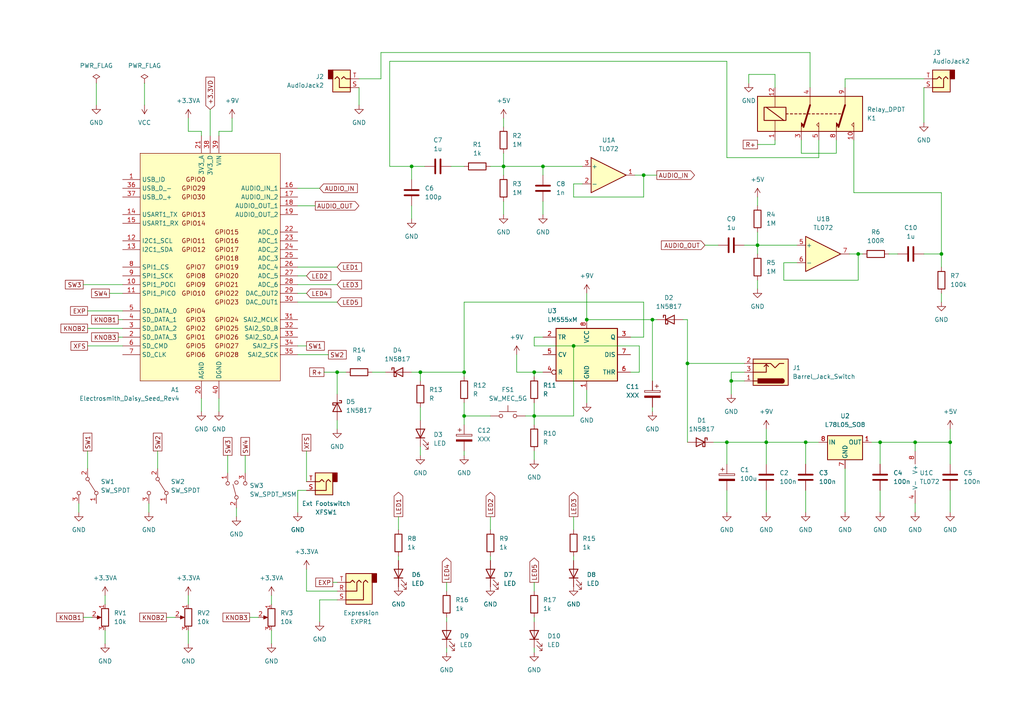
<source format=kicad_sch>
(kicad_sch (version 20230121) (generator eeschema)
  (paper "A4")
  (lib_symbols
    (symbol "Amplifier_Operational:TL072" (pin_names (offset 0.127))
      (property "Reference" "U" (at 0 5.08 0))
      (property "Value" "TL072" (at 0 -5.08 0))
      (symbol "TL072_1_1"
        (pin output line (at 7.62 0 180) (length 2.54) (name "~") (number "1"))
        (pin input line (at -7.62 -2.54 0) (length 2.54) (name "-") (number "2"))
        (pin input line (at -7.62 2.54 0) (length 2.54) (name "+") (number "3"))
      )
      (symbol "TL072_2_1"
        (pin input line (at -7.62 2.54 0) (length 2.54) (name "+") (number "5"))
        (pin input line (at -7.62 -2.54 0) (length 2.54) (name "-") (number "6"))
        (pin output line (at 7.62 0 180) (length 2.54) (name "~") (number "7"))
      )
      (symbol "TL072_3_1"
        (pin power_in line (at -2.54 -7.62 90) (length 3.81) (name "V-") (number "4"))
        (pin power_in line (at -2.54 7.62 270) (length 3.81) (name "V+") (number "8"))
      )
    )
    (symbol "Connector:AudioJack2"
      (property "Reference" "J" (at 0 8.89 0))
      (property "Value" "AudioJack2" (at 0 6.35 0))
      (symbol "AudioJack2_1_1"
        (pin passive line (at 5.08 2.54 180) (length 2.54) (name "~") (number "S"))
        (pin passive line (at 5.08 0 180) (length 2.54) (name "~") (number "T"))
      )
    )
    (symbol "Connector:Barrel_Jack_Switch" (pin_names hide)
      (property "Reference" "J" (at 0 5.334 0))
      (property "Value" "Barrel_Jack_Switch" (at 0 -5.08 0))
      (symbol "Barrel_Jack_Switch_1_1"
        (pin passive line (at 7.62 2.54 180) (length 2.54) (name "~") (number "1"))
        (pin passive line (at 7.62 -2.54 180) (length 2.54) (name "~") (number "2"))
        (pin passive line (at 7.62 0 180) (length 2.54) (name "~") (number "3"))
      )
    )
    (symbol "Connector_Audio:AudioJack2"
      (property "Reference" "J" (at 0 8.89 0))
      (property "Value" "AudioJack2" (at 0 6.35 0))
      (symbol "AudioJack2_1_1"
        (pin passive line (at 5.08 2.54 180) (length 2.54) (name "~") (number "S"))
        (pin passive line (at 5.08 0 180) (length 2.54) (name "~") (number "T"))
      )
    )
    (symbol "Connector_Audio:AudioJack3"
      (property "Reference" "J" (at 0 8.89 0))
      (property "Value" "AudioJack3" (at 0 6.35 0))
      (symbol "AudioJack3_1_1"
        (pin passive line (at 5.08 0 180) (length 2.54) (name "~") (number "R"))
        (pin passive line (at 5.08 2.54 180) (length 2.54) (name "~") (number "S"))
        (pin passive line (at 5.08 -2.54 180) (length 2.54) (name "~") (number "T"))
      )
    )
    (symbol "Device:C" (pin_numbers hide) (pin_names (offset 0.254))
      (property "Reference" "C" (at 0.635 2.54 0))
      (property "Value" "C" (at 0.635 -2.54 0))
      (symbol "C_1_1"
        (pin passive line (at 0 3.81 270) (length 2.794) (name "~") (number "1"))
        (pin passive line (at 0 -3.81 90) (length 2.794) (name "~") (number "2"))
      )
    )
    (symbol "Device:C_Polarized" (pin_numbers hide) (pin_names (offset 0.254))
      (property "Reference" "C" (at 0.635 2.54 0))
      (property "Value" "C_Polarized" (at 0.635 -2.54 0))
      (symbol "C_Polarized_1_1"
        (pin passive line (at 0 3.81 270) (length 2.794) (name "~") (number "1"))
        (pin passive line (at 0 -3.81 90) (length 2.794) (name "~") (number "2"))
      )
    )
    (symbol "Device:LED" (pin_numbers hide) (pin_names (offset 1.016) hide)
      (property "Reference" "D" (at 0 2.54 0))
      (property "Value" "LED" (at 0 -2.54 0))
      (symbol "LED_1_1"
        (pin passive line (at -3.81 0 0) (length 2.54) (name "K") (number "1"))
        (pin passive line (at 3.81 0 180) (length 2.54) (name "A") (number "2"))
      )
    )
    (symbol "Device:R" (pin_numbers hide) (pin_names (offset 0))
      (property "Reference" "R" (at 2.032 0 90))
      (property "Value" "R" (at 0 0 90))
      (symbol "R_1_1"
        (pin passive line (at 0 3.81 270) (length 1.27) (name "~") (number "1"))
        (pin passive line (at 0 -3.81 90) (length 1.27) (name "~") (number "2"))
      )
    )
    (symbol "Device:R_Potentiometer" (pin_names (offset 1.016) hide)
      (property "Reference" "RV" (at -4.445 0 90))
      (property "Value" "R_Potentiometer" (at -2.54 0 90))
      (symbol "R_Potentiometer_1_1"
        (pin passive line (at 0 3.81 270) (length 1.27) (name "1") (number "1"))
        (pin passive line (at 3.81 0 180) (length 1.27) (name "2") (number "2"))
        (pin passive line (at 0 -3.81 90) (length 1.27) (name "3") (number "3"))
      )
    )
    (symbol "Diode:1N5817" (pin_numbers hide) (pin_names (offset 1.016) hide)
      (property "Reference" "D" (at 0 2.54 0))
      (property "Value" "1N5817" (at 0 -2.54 0))
      (symbol "1N5817_1_1"
        (pin passive line (at -3.81 0 0) (length 2.54) (name "K") (number "1"))
        (pin passive line (at 3.81 0 180) (length 2.54) (name "A") (number "2"))
      )
    )
    (symbol "MCU_Module:Electrosmith_Daisy_Seed_Rev4"
      (property "Reference" "A" (at -20.32 34.29 0))
      (property "Value" "Electrosmith_Daisy_Seed_Rev4" (at 33.02 34.29 0))
      (symbol "Electrosmith_Daisy_Seed_Rev4_0_0"
        (text "GPIO0" (at 1.27 25.4 0) (effects (font (size 1.27 1.27)) (justify left)))
        (text "GPIO1" (at 1.27 -20.32 0) (effects (font (size 1.27 1.27)) (justify left)))
        (text "GPIO10" (at 1.27 -7.62 0) (effects (font (size 1.27 1.27)) (justify left)))
        (text "GPIO11" (at 1.27 7.62 0) (effects (font (size 1.27 1.27)) (justify left)))
        (text "GPIO12" (at 1.27 5.08 0) (effects (font (size 1.27 1.27)) (justify left)))
        (text "GPIO13" (at 1.27 15.24 0) (effects (font (size 1.27 1.27)) (justify left)))
        (text "GPIO14" (at 1.27 12.7 0) (effects (font (size 1.27 1.27)) (justify left)))
        (text "GPIO15" (at -1.27 10.16 0) (effects (font (size 1.27 1.27)) (justify right)))
        (text "GPIO16" (at -1.27 7.62 0) (effects (font (size 1.27 1.27)) (justify right)))
        (text "GPIO17" (at -1.27 5.08 0) (effects (font (size 1.27 1.27)) (justify right)))
        (text "GPIO18" (at -1.27 2.54 0) (effects (font (size 1.27 1.27)) (justify right)))
        (text "GPIO19" (at -1.27 0 0) (effects (font (size 1.27 1.27)) (justify right)))
        (text "GPIO2" (at 1.27 -17.78 0) (effects (font (size 1.27 1.27)) (justify left)))
        (text "GPIO20" (at -1.27 -2.54 0) (effects (font (size 1.27 1.27)) (justify right)))
        (text "GPIO21" (at -1.27 -5.08 0) (effects (font (size 1.27 1.27)) (justify right)))
        (text "GPIO22" (at -1.27 -7.62 0) (effects (font (size 1.27 1.27)) (justify right)))
        (text "GPIO23" (at -1.27 -10.16 0) (effects (font (size 1.27 1.27)) (justify right)))
        (text "GPIO24" (at -1.27 -15.24 0) (effects (font (size 1.27 1.27)) (justify right)))
        (text "GPIO25" (at -1.27 -17.78 0) (effects (font (size 1.27 1.27)) (justify right)))
        (text "GPIO26" (at -1.27 -20.32 0) (effects (font (size 1.27 1.27)) (justify right)))
        (text "GPIO27" (at -1.27 -22.86 0) (effects (font (size 1.27 1.27)) (justify right)))
        (text "GPIO28" (at -1.27 -25.4 0) (effects (font (size 1.27 1.27)) (justify right)))
        (text "GPIO29" (at 1.27 22.86 0) (effects (font (size 1.27 1.27)) (justify left)))
        (text "GPIO3" (at 1.27 -15.24 0) (effects (font (size 1.27 1.27)) (justify left)))
        (text "GPIO30" (at 1.27 20.32 0) (effects (font (size 1.27 1.27)) (justify left)))
        (text "GPIO4" (at 1.27 -12.7 0) (effects (font (size 1.27 1.27)) (justify left)))
        (text "GPIO5" (at 1.27 -22.86 0) (effects (font (size 1.27 1.27)) (justify left)))
        (text "GPIO6" (at 1.27 -25.4 0) (effects (font (size 1.27 1.27)) (justify left)))
        (text "GPIO7" (at 1.27 0 0) (effects (font (size 1.27 1.27)) (justify left)))
        (text "GPIO8" (at 1.27 -2.54 0) (effects (font (size 1.27 1.27)) (justify left)))
        (text "GPIO9" (at 1.27 -5.08 0) (effects (font (size 1.27 1.27)) (justify left)))
        (pin bidirectional line (at 25.4 25.4 180) (length 5.08) (name "USB_ID") (number "1"))
        (pin bidirectional line (at 25.4 -5.08 180) (length 5.08) (name "SPI1_POCI") (number "10"))
        (pin bidirectional line (at 25.4 -7.62 180) (length 5.08) (name "SPI1_PICO") (number "11"))
        (pin bidirectional line (at 25.4 7.62 180) (length 5.08) (name "I2C1_SCL") (number "12"))
        (pin bidirectional line (at 25.4 5.08 180) (length 5.08) (name "I2C1_SDA") (number "13"))
        (pin bidirectional line (at 25.4 15.24 180) (length 5.08) (name "USART1_TX") (number "14"))
        (pin bidirectional line (at 25.4 12.7 180) (length 5.08) (name "USART1_RX") (number "15"))
        (pin input line (at -25.4 22.86 0) (length 5.08) (name "AUDIO_IN_1") (number "16"))
        (pin input line (at -25.4 20.32 0) (length 5.08) (name "AUDIO_IN_2") (number "17"))
        (pin output line (at -25.4 17.78 0) (length 5.08) (name "AUDIO_OUT_1") (number "18"))
        (pin output line (at -25.4 15.24 0) (length 5.08) (name "AUDIO_OUT_2") (number "19"))
        (pin bidirectional line (at 25.4 -20.32 180) (length 5.08) (name "SD_DATA_3") (number "2"))
        (pin power_in line (at 2.54 -38.1 90) (length 5.08) (name "AGND") (number "20"))
        (pin power_out line (at 2.54 38.1 270) (length 5.08) (name "3V3_A") (number "21"))
        (pin bidirectional line (at -25.4 10.16 0) (length 5.08) (name "ADC_0") (number "22"))
        (pin bidirectional line (at -25.4 7.62 0) (length 5.08) (name "ADC_1") (number "23"))
        (pin bidirectional line (at -25.4 5.08 0) (length 5.08) (name "ADC_2") (number "24"))
        (pin bidirectional line (at -25.4 2.54 0) (length 5.08) (name "ADC_3") (number "25"))
        (pin bidirectional line (at -25.4 0 0) (length 5.08) (name "ADC_4") (number "26"))
        (pin bidirectional line (at -25.4 -2.54 0) (length 5.08) (name "ADC_5") (number "27"))
        (pin bidirectional line (at -25.4 -5.08 0) (length 5.08) (name "ADC_6") (number "28"))
        (pin bidirectional line (at -25.4 -7.62 0) (length 5.08) (name "DAC_OUT2") (number "29"))
        (pin bidirectional line (at 25.4 -17.78 180) (length 5.08) (name "SD_DATA_2") (number "3"))
        (pin bidirectional line (at -25.4 -10.16 0) (length 5.08) (name "DAC_OUT1") (number "30"))
        (pin bidirectional line (at -25.4 -15.24 0) (length 5.08) (name "SAI2_MCLK") (number "31"))
        (pin bidirectional line (at -25.4 -17.78 0) (length 5.08) (name "SAI2_SD_B") (number "32"))
        (pin bidirectional line (at -25.4 -20.32 0) (length 5.08) (name "SAI2_SD_A") (number "33"))
        (pin bidirectional line (at -25.4 -22.86 0) (length 5.08) (name "SAI2_FS") (number "34"))
        (pin bidirectional line (at -25.4 -25.4 0) (length 5.08) (name "SAI2_SCK") (number "35"))
        (pin bidirectional line (at 25.4 22.86 180) (length 5.08) (name "USB_D_-") (number "36"))
        (pin bidirectional line (at 25.4 20.32 180) (length 5.08) (name "USB_D_+") (number "37"))
        (pin power_out line (at 0 38.1 270) (length 5.08) (name "3V3_D") (number "38"))
        (pin power_in line (at -2.54 38.1 270) (length 5.08) (name "VIN") (number "39"))
        (pin bidirectional line (at 25.4 -15.24 180) (length 5.08) (name "SD_DATA_1") (number "4"))
        (pin power_in line (at -2.54 -38.1 90) (length 5.08) (name "DGND") (number "40"))
        (pin bidirectional line (at 25.4 -12.7 180) (length 5.08) (name "SD_DATA_0") (number "5"))
        (pin bidirectional line (at 25.4 -22.86 180) (length 5.08) (name "SD_CMD") (number "6"))
        (pin bidirectional line (at 25.4 -25.4 180) (length 5.08) (name "SD_CLK") (number "7"))
        (pin bidirectional line (at 25.4 0 180) (length 5.08) (name "SPI1_CS") (number "8"))
        (pin bidirectional line (at 25.4 -2.54 180) (length 5.08) (name "SPI1_SCK") (number "9"))
      )
    )
    (symbol "PCM_4ms_Power-symbol:PWR_FLAG" (power) (pin_numbers hide) (pin_names (offset 0) hide)
      (property "Value" "PWR_FLAG" (at 0 3.81 0))
      (symbol "PWR_FLAG_0_0"
        (pin power_out line (at 0 0 90) (length 0) (name "pwr") (number "1"))
      )
    )
    (symbol "Regulator_Linear:L78L05_SO8" (pin_names (offset 0.254))
      (property "Reference" "U" (at -3.81 3.175 0))
      (property "Value" "L78L05_SO8" (at 0 3.175 0))
      (symbol "L78L05_SO8_1_1"
        (pin power_out line (at 7.62 0 180) (length 2.54) (name "OUT") (number "1"))
        (pin passive line (at 0 -7.62 90) (length 2.54) hide (name "GND") (number "2"))
        (pin passive line (at 0 -7.62 90) (length 2.54) hide (name "GND") (number "3"))
        (pin no_connect line (at -5.08 -2.54 0) (length 2.54) hide (name "NC") (number "4"))
        (pin no_connect line (at 5.08 -2.54 180) (length 2.54) hide (name "NC") (number "5"))
        (pin passive line (at 0 -7.62 90) (length 2.54) hide (name "GND") (number "6"))
        (pin power_in line (at 0 -7.62 90) (length 2.54) (name "GND") (number "7"))
        (pin power_in line (at -7.62 0 0) (length 2.54) (name "IN") (number "8"))
      )
    )
    (symbol "Relay:Relay_DPDT"
      (property "Reference" "K1" (at 16.51 1.27 0))
      (property "Value" "Relay_DPDT" (at 16.51 -1.27 0))
      (symbol "Relay_DPDT_1_1"
        (pin passive line (at -10.16 7.62 270) (length 2.54) (name "~") (number "1"))
        (pin passive line (at 12.7 7.62 270) (length 2.54) (name "~") (number "10"))
        (pin passive line (at -10.16 -7.62 90) (length 2.54) (name "~") (number "12"))
        (pin passive line (at -2.54 7.62 270) (length 2.54) (name "~") (number "3"))
        (pin passive line (at 0 -7.62 90) (length 2.54) (name "~") (number "4"))
        (pin passive line (at 2.54 7.62 270) (length 2.54) (name "~") (number "5"))
        (pin passive line (at 7.62 7.62 270) (length 2.54) (name "~") (number "8"))
        (pin passive line (at 10.16 -7.62 90) (length 2.54) (name "~") (number "9"))
      )
    )
    (symbol "Switch:SW_MEC_5G" (pin_numbers hide) (pin_names (offset 1.016) hide)
      (property "Reference" "FS1" (at 0 7.62 0))
      (property "Value" "SW_MEC_5G" (at 0 5.08 0))
      (symbol "SW_MEC_5G_0_1"
        (pin passive line (at -5.08 0 0) (length 2.54) (name "A") (number "1"))
      )
      (symbol "SW_MEC_5G_1_1"
        (pin passive line (at -5.08 0 0) (length 2.54) hide (name "A") (number "2"))
        (pin passive line (at 5.08 0 180) (length 2.54) (name "B") (number "3"))
        (pin passive line (at 5.08 0 180) (length 2.54) hide (name "B") (number "4"))
      )
    )
    (symbol "Switch:SW_SPDT" (pin_names (offset 0) hide)
      (property "Reference" "SW" (at 0 4.318 0))
      (property "Value" "SW_SPDT" (at 0 -5.08 0))
      (symbol "SW_SPDT_1_1"
        (pin passive line (at 5.08 2.54 180) (length 2.54) (name "A") (number "1"))
        (pin passive line (at -5.08 0 0) (length 2.54) (name "B") (number "2"))
        (pin passive line (at 5.08 -2.54 180) (length 2.54) (name "C") (number "3"))
      )
    )
    (symbol "Switch:SW_SPDT_MSM" (pin_names (offset 0) hide)
      (property "Reference" "SW" (at 0 5.08 0))
      (property "Value" "SW_SPDT_MSM" (at 0 -5.08 0))
      (symbol "SW_SPDT_MSM_1_1"
        (pin passive line (at 5.08 2.54 180) (length 2.54) (name "1") (number "1"))
        (pin passive line (at -5.08 0 0) (length 2.54) (name "2") (number "2"))
        (pin passive line (at 5.08 -2.54 180) (length 2.54) (name "3") (number "3"))
      )
    )
    (symbol "Timer:LM555xM"
      (property "Reference" "U" (at -10.16 8.89 0))
      (property "Value" "LM555xM" (at 2.54 8.89 0))
      (symbol "LM555xM_0_0"
        (pin power_in line (at 0 -10.16 90) (length 2.54) (name "GND") (number "1"))
        (pin power_in line (at 0 10.16 270) (length 2.54) (name "VCC") (number "8"))
      )
      (symbol "LM555xM_1_1"
        (pin input line (at -12.7 5.08 0) (length 3.81) (name "TR") (number "2"))
        (pin output line (at 12.7 5.08 180) (length 3.81) (name "Q") (number "3"))
        (pin input inverted (at -12.7 -5.08 0) (length 3.81) (name "R") (number "4"))
        (pin input line (at -12.7 0 0) (length 3.81) (name "CV") (number "5"))
        (pin input line (at 12.7 -5.08 180) (length 3.81) (name "THR") (number "6"))
        (pin input line (at 12.7 0 180) (length 3.81) (name "DIS") (number "7"))
      )
    )
    (symbol "power:+3.3VA" (power) (pin_names (offset 0))
      (property "Value" "+3.3VA" (at 0 3.556 0))
      (symbol "+3.3VA_1_1"
        (pin power_in line (at 0 0 90) (length 0) hide (name "+3.3VA") (number "1"))
      )
    )
    (symbol "power:+5V" (power) (pin_names (offset 0))
      (property "Value" "+5V" (at 0 3.556 0))
      (symbol "+5V_1_1"
        (pin power_in line (at 0 0 90) (length 0) hide (name "+5V") (number "1"))
      )
    )
    (symbol "power:+9V" (power) (pin_names (offset 0))
      (property "Value" "+9V" (at 0 3.556 0))
      (symbol "+9V_1_1"
        (pin power_in line (at 0 0 90) (length 0) hide (name "+9V") (number "1"))
      )
    )
    (symbol "power:GND" (power) (pin_names (offset 0))
      (property "Value" "GND" (at 0 -3.81 0))
      (symbol "GND_1_1"
        (pin power_in line (at 0 0 270) (length 0) hide (name "GND") (number "1"))
      )
    )
    (symbol "power:VCC" (power) (pin_names (offset 0))
      (property "Value" "VCC" (at 0 3.81 0))
      (symbol "VCC_1_1"
        (pin power_in line (at 0 0 90) (length 0) hide (name "VCC") (number "1"))
      )
    )
  )
  (junction (at 146.05 48.26))
  (junction (at 210.82 128.27))
  (junction (at 134.62 120.65))
  (junction (at 255.27 128.27))
  (junction (at 212.09 110.49))
  (junction (at 154.94 120.65))
  (junction (at 186.69 50.8))
  (junction (at 233.68 128.27))
  (junction (at 275.59 128.27))
  (junction (at 265.43 128.27))
  (junction (at 189.23 92.71))
  (junction (at 222.25 128.27))
  (junction (at 119.38 48.26))
  (junction (at 121.92 107.95))
  (junction (at 166.37 100.33))
  (junction (at 199.39 105.41))
  (junction (at 97.79 107.95))
  (junction (at 157.48 48.26))
  (junction (at 154.94 107.95))
  (junction (at 170.18 92.71))
  (junction (at 273.05 73.66))
  (junction (at 134.62 107.95))
  (junction (at 219.71 71.12))
  (junction (at 248.92 73.66))
  (wire (pts (xy 166.37 53.34) (xy 166.37 57.15)))
  (wire (pts (xy 97.79 87.63) (xy 86.36 87.63)))
  (wire (pts (xy 97.79 121.92) (xy 97.79 124.46)))
  (wire (pts (xy 78.74 182.88) (xy 78.74 186.69)))
  (wire (pts (xy 154.94 168.91) (xy 154.94 171.45)))
  (wire (pts (xy 146.05 48.26) (xy 146.05 50.8)))
  (wire (pts (xy 154.94 120.65) (xy 152.4 120.65)))
  (wire (pts (xy 92.71 54.61) (xy 86.36 54.61)))
  (wire (pts (xy 54.61 34.29) (xy 54.61 38.1)))
  (wire (pts (xy 31.75 85.09) (xy 35.56 85.09)))
  (wire (pts (xy 121.92 118.11) (xy 121.92 121.92)))
  (wire (pts (xy 157.48 58.42) (xy 157.48 62.23)))
  (wire (pts (xy 185.42 100.33) (xy 185.42 107.95)))
  (wire (pts (xy 88.9 130.81) (xy 88.9 139.7)))
  (wire (pts (xy 237.49 40.64) (xy 237.49 45.72)))
  (wire (pts (xy 97.79 107.95) (xy 100.33 107.95)))
  (wire (pts (xy 93.98 107.95) (xy 97.79 107.95)))
  (wire (pts (xy 204.47 71.12) (xy 208.28 71.12)))
  (wire (pts (xy 166.37 149.86) (xy 166.37 153.67)))
  (wire (pts (xy 273.05 85.09) (xy 273.05 87.63)))
  (wire (pts (xy 107.95 107.95) (xy 111.76 107.95)))
  (wire (pts (xy 265.43 146.05) (xy 265.43 148.59)))
  (wire (pts (xy 142.24 149.86) (xy 142.24 153.67)))
  (wire (pts (xy 275.59 128.27) (xy 265.43 128.27)))
  (wire (pts (xy 199.39 92.71) (xy 199.39 105.41)))
  (wire (pts (xy 97.79 173.99) (xy 92.71 173.99)))
  (wire (pts (xy 210.82 142.24) (xy 210.82 148.59)))
  (wire (pts (xy 245.11 22.86) (xy 267.97 22.86)))
  (wire (pts (xy 207.01 128.27) (xy 210.82 128.27)))
  (wire (pts (xy 146.05 48.26) (xy 157.48 48.26)))
  (wire (pts (xy 186.69 50.8) (xy 186.69 57.15)))
  (wire (pts (xy 113.03 17.78) (xy 210.82 17.78)))
  (wire (pts (xy 245.11 25.4) (xy 245.11 22.86)))
  (wire (pts (xy 121.92 129.54) (xy 121.92 132.08)))
  (wire (pts (xy 43.18 146.05) (xy 43.18 148.59)))
  (wire (pts (xy 67.31 38.1) (xy 63.5 38.1)))
  (wire (pts (xy 248.92 73.66) (xy 248.92 81.28)))
  (wire (pts (xy 130.81 48.26) (xy 134.62 48.26)))
  (wire (pts (xy 255.27 128.27) (xy 255.27 134.62)))
  (wire (pts (xy 222.25 142.24) (xy 222.25 148.59)))
  (wire (pts (xy 215.9 71.12) (xy 219.71 71.12)))
  (wire (pts (xy 186.69 50.8) (xy 190.5 50.8)))
  (wire (pts (xy 224.79 40.64) (xy 224.79 41.91)))
  (wire (pts (xy 146.05 34.29) (xy 146.05 36.83)))
  (wire (pts (xy 91.44 59.69) (xy 86.36 59.69)))
  (wire (pts (xy 267.97 25.4) (xy 267.97 35.56)))
  (wire (pts (xy 26.67 179.07) (xy 24.13 179.07)))
  (wire (pts (xy 97.79 82.55) (xy 86.36 82.55)))
  (wire (pts (xy 115.57 161.29) (xy 115.57 162.56)))
  (wire (pts (xy 71.12 132.08) (xy 71.12 137.16)))
  (wire (pts (xy 121.92 107.95) (xy 121.92 110.49)))
  (wire (pts (xy 186.69 57.15) (xy 166.37 57.15)))
  (wire (pts (xy 41.91 24.13) (xy 41.91 30.48)))
  (wire (pts (xy 154.94 107.95) (xy 154.94 109.22)))
  (wire (pts (xy 257.81 73.66) (xy 260.35 73.66)))
  (wire (pts (xy 45.72 130.81) (xy 45.72 135.89)))
  (wire (pts (xy 189.23 118.11) (xy 189.23 119.38)))
  (wire (pts (xy 119.38 48.26) (xy 123.19 48.26)))
  (wire (pts (xy 115.57 149.86) (xy 115.57 153.67)))
  (wire (pts (xy 25.4 90.17) (xy 35.56 90.17)))
  (wire (pts (xy 224.79 21.59) (xy 217.17 21.59)))
  (wire (pts (xy 146.05 48.26) (xy 142.24 48.26)))
  (wire (pts (xy 247.65 40.64) (xy 247.65 55.88)))
  (wire (pts (xy 25.4 95.25) (xy 35.56 95.25)))
  (wire (pts (xy 231.14 76.2) (xy 227.33 76.2)))
  (wire (pts (xy 219.71 57.15) (xy 219.71 59.69)))
  (wire (pts (xy 88.9 142.24) (xy 86.36 142.24)))
  (wire (pts (xy 245.11 135.89) (xy 245.11 148.59)))
  (wire (pts (xy 189.23 92.71) (xy 190.5 92.71)))
  (wire (pts (xy 88.9 171.45) (xy 88.9 165.1)))
  (wire (pts (xy 222.25 128.27) (xy 233.68 128.27)))
  (wire (pts (xy 186.69 97.79) (xy 186.69 87.63)))
  (wire (pts (xy 186.69 87.63) (xy 134.62 87.63)))
  (wire (pts (xy 267.97 73.66) (xy 273.05 73.66)))
  (wire (pts (xy 129.54 179.07) (xy 129.54 180.34)))
  (wire (pts (xy 97.79 77.47) (xy 86.36 77.47)))
  (wire (pts (xy 154.94 187.96) (xy 154.94 189.23)))
  (wire (pts (xy 265.43 128.27) (xy 265.43 130.81)))
  (wire (pts (xy 58.42 115.57) (xy 58.42 119.38)))
  (wire (pts (xy 63.5 115.57) (xy 63.5 119.38)))
  (wire (pts (xy 184.15 50.8) (xy 186.69 50.8)))
  (wire (pts (xy 66.04 132.08) (xy 66.04 137.16)))
  (wire (pts (xy 255.27 142.24) (xy 255.27 148.59)))
  (wire (pts (xy 22.86 146.05) (xy 22.86 148.59)))
  (wire (pts (xy 119.38 59.69) (xy 119.38 63.5)))
  (wire (pts (xy 146.05 44.45) (xy 146.05 48.26)))
  (wire (pts (xy 25.4 100.33) (xy 35.56 100.33)))
  (wire (pts (xy 199.39 105.41) (xy 215.9 105.41)))
  (wire (pts (xy 255.27 128.27) (xy 265.43 128.27)))
  (wire (pts (xy 234.95 15.24) (xy 234.95 25.4)))
  (wire (pts (xy 104.14 22.86) (xy 110.49 22.86)))
  (wire (pts (xy 154.94 100.33) (xy 166.37 100.33)))
  (wire (pts (xy 68.58 147.32) (xy 68.58 149.86)))
  (wire (pts (xy 97.79 168.91) (xy 96.52 168.91)))
  (wire (pts (xy 24.13 82.55) (xy 35.56 82.55)))
  (wire (pts (xy 215.9 110.49) (xy 212.09 110.49)))
  (wire (pts (xy 217.17 21.59) (xy 217.17 24.13)))
  (wire (pts (xy 129.54 168.91) (xy 129.54 171.45)))
  (wire (pts (xy 30.48 172.72) (xy 30.48 175.26)))
  (wire (pts (xy 54.61 182.88) (xy 54.61 186.69)))
  (wire (pts (xy 110.49 15.24) (xy 234.95 15.24)))
  (wire (pts (xy 104.14 25.4) (xy 104.14 30.48)))
  (wire (pts (xy 170.18 113.03) (xy 170.18 116.84)))
  (wire (pts (xy 50.8 179.07) (xy 48.26 179.07)))
  (wire (pts (xy 232.41 40.64) (xy 232.41 44.45)))
  (wire (pts (xy 134.62 116.84) (xy 134.62 120.65)))
  (wire (pts (xy 273.05 55.88) (xy 273.05 73.66)))
  (wire (pts (xy 154.94 120.65) (xy 166.37 120.65)))
  (wire (pts (xy 166.37 100.33) (xy 166.37 120.65)))
  (wire (pts (xy 248.92 73.66) (xy 250.19 73.66)))
  (wire (pts (xy 189.23 92.71) (xy 189.23 110.49)))
  (wire (pts (xy 134.62 120.65) (xy 142.24 120.65)))
  (wire (pts (xy 134.62 87.63) (xy 134.62 107.95)))
  (wire (pts (xy 212.09 110.49) (xy 212.09 114.3)))
  (wire (pts (xy 233.68 142.24) (xy 233.68 148.59)))
  (wire (pts (xy 27.94 24.13) (xy 27.94 30.48)))
  (wire (pts (xy 166.37 161.29) (xy 166.37 162.56)))
  (wire (pts (xy 275.59 134.62) (xy 275.59 128.27)))
  (wire (pts (xy 182.88 97.79) (xy 186.69 97.79)))
  (wire (pts (xy 252.73 128.27) (xy 255.27 128.27)))
  (wire (pts (xy 224.79 21.59) (xy 224.79 25.4)))
  (wire (pts (xy 199.39 105.41) (xy 199.39 128.27)))
  (wire (pts (xy 154.94 120.65) (xy 154.94 123.19)))
  (wire (pts (xy 154.94 116.84) (xy 154.94 120.65)))
  (wire (pts (xy 185.42 107.95) (xy 182.88 107.95)))
  (wire (pts (xy 157.48 97.79) (xy 154.94 97.79)))
  (wire (pts (xy 119.38 107.95) (xy 121.92 107.95)))
  (wire (pts (xy 157.48 50.8) (xy 157.48 48.26)))
  (wire (pts (xy 219.71 71.12) (xy 219.71 73.66)))
  (wire (pts (xy 142.24 161.29) (xy 142.24 162.56)))
  (wire (pts (xy 273.05 73.66) (xy 273.05 77.47)))
  (wire (pts (xy 170.18 85.09) (xy 170.18 92.71)))
  (wire (pts (xy 157.48 107.95) (xy 154.94 107.95)))
  (wire (pts (xy 86.36 142.24) (xy 86.36 148.59)))
  (wire (pts (xy 110.49 22.86) (xy 110.49 15.24)))
  (wire (pts (xy 227.33 81.28) (xy 248.92 81.28)))
  (wire (pts (xy 154.94 97.79) (xy 154.94 100.33)))
  (wire (pts (xy 275.59 142.24) (xy 275.59 148.59)))
  (wire (pts (xy 212.09 107.95) (xy 212.09 110.49)))
  (wire (pts (xy 92.71 173.99) (xy 92.71 180.34)))
  (wire (pts (xy 210.82 17.78) (xy 210.82 45.72)))
  (wire (pts (xy 58.42 38.1) (xy 58.42 39.37)))
  (wire (pts (xy 63.5 38.1) (xy 63.5 39.37)))
  (wire (pts (xy 157.48 48.26) (xy 168.91 48.26)))
  (wire (pts (xy 78.74 172.72) (xy 78.74 175.26)))
  (wire (pts (xy 275.59 124.46) (xy 275.59 128.27)))
  (wire (pts (xy 146.05 58.42) (xy 146.05 62.23)))
  (wire (pts (xy 198.12 92.71) (xy 199.39 92.71)))
  (wire (pts (xy 170.18 92.71) (xy 189.23 92.71)))
  (wire (pts (xy 134.62 123.19) (xy 134.62 120.65)))
  (wire (pts (xy 247.65 55.88) (xy 273.05 55.88)))
  (wire (pts (xy 168.91 53.34) (xy 166.37 53.34)))
  (wire (pts (xy 86.36 100.33) (xy 88.9 100.33)))
  (wire (pts (xy 60.96 31.75) (xy 60.96 39.37)))
  (wire (pts (xy 232.41 44.45) (xy 242.57 44.45)))
  (wire (pts (xy 233.68 128.27) (xy 233.68 134.62)))
  (wire (pts (xy 134.62 130.81) (xy 134.62 132.08)))
  (wire (pts (xy 210.82 128.27) (xy 210.82 134.62)))
  (wire (pts (xy 246.38 73.66) (xy 248.92 73.66)))
  (wire (pts (xy 113.03 48.26) (xy 119.38 48.26)))
  (wire (pts (xy 242.57 40.64) (xy 242.57 44.45)))
  (wire (pts (xy 210.82 45.72) (xy 237.49 45.72)))
  (wire (pts (xy 222.25 128.27) (xy 222.25 134.62)))
  (wire (pts (xy 233.68 128.27) (xy 237.49 128.27)))
  (wire (pts (xy 25.4 130.81) (xy 25.4 135.89)))
  (wire (pts (xy 227.33 76.2) (xy 227.33 81.28)))
  (wire (pts (xy 54.61 172.72) (xy 54.61 175.26)))
  (wire (pts (xy 222.25 124.46) (xy 222.25 128.27)))
  (wire (pts (xy 149.86 107.95) (xy 154.94 107.95)))
  (wire (pts (xy 86.36 102.87) (xy 95.25 102.87)))
  (wire (pts (xy 224.79 41.91) (xy 219.71 41.91)))
  (wire (pts (xy 67.31 34.29) (xy 67.31 38.1)))
  (wire (pts (xy 88.9 80.01) (xy 86.36 80.01)))
  (wire (pts (xy 129.54 187.96) (xy 129.54 189.23)))
  (wire (pts (xy 88.9 85.09) (xy 86.36 85.09)))
  (wire (pts (xy 219.71 71.12) (xy 219.71 67.31)))
  (wire (pts (xy 97.79 171.45) (xy 88.9 171.45)))
  (wire (pts (xy 215.9 107.95) (xy 212.09 107.95)))
  (wire (pts (xy 166.37 100.33) (xy 185.42 100.33)))
  (wire (pts (xy 119.38 52.07) (xy 119.38 48.26)))
  (wire (pts (xy 219.71 81.28) (xy 219.71 83.82)))
  (wire (pts (xy 134.62 107.95) (xy 134.62 109.22)))
  (wire (pts (xy 154.94 179.07) (xy 154.94 180.34)))
  (wire (pts (xy 54.61 38.1) (xy 58.42 38.1)))
  (wire (pts (xy 34.29 92.71) (xy 35.56 92.71)))
  (wire (pts (xy 121.92 107.95) (xy 134.62 107.95)))
  (wire (pts (xy 154.94 130.81) (xy 154.94 133.35)))
  (wire (pts (xy 149.86 102.87) (xy 149.86 107.95)))
  (wire (pts (xy 219.71 71.12) (xy 231.14 71.12)))
  (wire (pts (xy 97.79 107.95) (xy 97.79 114.3)))
  (wire (pts (xy 30.48 182.88) (xy 30.48 186.69)))
  (wire (pts (xy 113.03 48.26) (xy 113.03 17.78)))
  (wire (pts (xy 210.82 128.27) (xy 222.25 128.27)))
  (wire (pts (xy 34.29 97.79) (xy 35.56 97.79)))
  (wire (pts (xy 74.93 179.07) (xy 72.39 179.07)))
  (global_label "+3.3VD" (shape input) (at 60.96 31.75 90) (property "Intersheetrefs" "${INTERSHEET_REFS}" (effects hide)))
  (global_label "EXP" (shape passive) (at 96.52 168.91 180) (property "Intersheetrefs" "${INTERSHEET_REFS}" (effects hide)))
  (global_label "SW4" (shape passive) (at 31.75 85.09 180) (property "Intersheetrefs" "${INTERSHEET_REFS}" (effects hide)))
  (global_label "SW4" (shape passive) (at 71.12 132.08 90) (property "Intersheetrefs" "${INTERSHEET_REFS}" (effects hide)))
  (global_label "SW2" (shape passive) (at 95.25 102.87 0) (property "Intersheetrefs" "${INTERSHEET_REFS}" (effects hide)))
  (global_label "AUDIO_OUT" (shape input) (at 204.47 71.12 180) (property "Intersheetrefs" "${INTERSHEET_REFS}" (effects hide)))
  (global_label "LED2" (shape input) (at 88.9 80.01 0) (property "Intersheetrefs" "${INTERSHEET_REFS}" (effects hide)))
  (global_label "XFS" (shape passive) (at 88.9 130.81 90) (property "Intersheetrefs" "${INTERSHEET_REFS}" (effects hide)))
  (global_label "LED4" (shape output) (at 129.54 168.91 90) (property "Intersheetrefs" "${INTERSHEET_REFS}" (effects hide)))
  (global_label "SW2" (shape passive) (at 45.72 130.81 90) (property "Intersheetrefs" "${INTERSHEET_REFS}" (effects hide)))
  (global_label "AUDIO_IN" (shape output) (at 190.5 50.8 0) (property "Intersheetrefs" "${INTERSHEET_REFS}" (effects hide)))
  (global_label "LED4" (shape input) (at 88.9 85.09 0) (property "Intersheetrefs" "${INTERSHEET_REFS}" (effects hide)))
  (global_label "AUDIO_OUT" (shape output) (at 91.44 59.69 0) (property "Intersheetrefs" "${INTERSHEET_REFS}" (effects hide)))
  (global_label "AUDIO_IN" (shape input) (at 92.71 54.61 0) (property "Intersheetrefs" "${INTERSHEET_REFS}" (effects hide)))
  (global_label "R+" (shape passive) (at 93.98 107.95 180) (property "Intersheetrefs" "${INTERSHEET_REFS}" (effects hide)))
  (global_label "KNOB2" (shape passive) (at 25.4 95.25 180) (property "Intersheetrefs" "${INTERSHEET_REFS}" (effects hide)))
  (global_label "SW3" (shape passive) (at 66.04 132.08 90) (property "Intersheetrefs" "${INTERSHEET_REFS}" (effects hide)))
  (global_label "KNOB1" (shape passive) (at 34.29 92.71 180) (property "Intersheetrefs" "${INTERSHEET_REFS}" (effects hide)))
  (global_label "KNOB3" (shape passive) (at 72.39 179.07 180) (property "Intersheetrefs" "${INTERSHEET_REFS}" (effects hide)))
  (global_label "SW1" (shape passive) (at 88.9 100.33 0) (property "Intersheetrefs" "${INTERSHEET_REFS}" (effects hide)))
  (global_label "LED3" (shape input) (at 97.79 82.55 0) (property "Intersheetrefs" "${INTERSHEET_REFS}" (effects hide)))
  (global_label "SW3" (shape passive) (at 24.13 82.55 180) (property "Intersheetrefs" "${INTERSHEET_REFS}" (effects hide)))
  (global_label "R+" (shape passive) (at 219.71 41.91 180) (property "Intersheetrefs" "${INTERSHEET_REFS}" (effects hide)))
  (global_label "KNOB3" (shape passive) (at 34.29 97.79 180) (property "Intersheetrefs" "${INTERSHEET_REFS}" (effects hide)))
  (global_label "KNOB2" (shape passive) (at 48.26 179.07 180) (property "Intersheetrefs" "${INTERSHEET_REFS}" (effects hide)))
  (global_label "LED5" (shape input) (at 97.79 87.63 0) (property "Intersheetrefs" "${INTERSHEET_REFS}" (effects hide)))
  (global_label "KNOB1" (shape passive) (at 24.13 179.07 180) (property "Intersheetrefs" "${INTERSHEET_REFS}" (effects hide)))
  (global_label "LED1" (shape input) (at 97.79 77.47 0) (property "Intersheetrefs" "${INTERSHEET_REFS}" (effects hide)))
  (global_label "SW1" (shape passive) (at 25.4 130.81 90) (property "Intersheetrefs" "${INTERSHEET_REFS}" (effects hide)))
  (global_label "XFS" (shape passive) (at 25.4 100.33 180) (property "Intersheetrefs" "${INTERSHEET_REFS}" (effects hide)))
  (global_label "LED2" (shape output) (at 142.24 149.86 90) (property "Intersheetrefs" "${INTERSHEET_REFS}" (effects hide)))
  (global_label "LED1" (shape output) (at 115.57 149.86 90) (property "Intersheetrefs" "${INTERSHEET_REFS}" (effects hide)))
  (global_label "LED5" (shape output) (at 154.94 168.91 90) (property "Intersheetrefs" "${INTERSHEET_REFS}" (effects hide)))
  (global_label "EXP" (shape passive) (at 25.4 90.17 180) (property "Intersheetrefs" "${INTERSHEET_REFS}" (effects hide)))
  (global_label "LED3" (shape output) (at 166.37 149.86 90) (property "Intersheetrefs" "${INTERSHEET_REFS}" (effects hide)))
  (symbol (lib_id "Switch:SW_SPDT") (at 45.72 140.97 270) (unit 1)
    (property "Reference" "SW2" (at 49.53 139.7 90) (effects (justify left)))
    (property "Value" "SW_SPDT" (at 49.53 142.24 90) (effects (justify left)))
    (property "Footprint" "switches:SPDT.PINS" (effects hide))
  )
  (symbol (lib_id "power:GND") (at 157.48 62.23 0) (unit 1)
    (property "Reference" "#PWR03" (effects hide))
    (property "Value" "GND" (at 157.48 67.31 0))
  )
  (symbol (lib_id "power:VCC") (at 41.91 30.48 0) (mirror x) (unit 1)
    (property "Reference" "#PWR045" (effects hide))
    (property "Value" "VCC" (at 41.91 35.56 0))
  )
  (symbol (lib_id "power:GND") (at 210.82 148.59 0) (unit 1)
    (property "Reference" "#PWR011" (effects hide))
    (property "Value" "GND" (at 210.82 153.67 0))
  )
  (symbol (lib_id "Connector_Audio:AudioJack2") (at 93.98 139.7 180) (unit 1)
    (property "Reference" "XFSW1" (at 94.615 148.59 0))
    (property "Value" "Ext Footswitch" (at 94.615 146.05 0))
    (property "Footprint" "jacks:2PADS_TS" (effects hide))
  )
  (symbol (lib_id "power:GND") (at 97.79 124.46 0) (unit 1)
    (property "Reference" "#PWR051" (effects hide))
    (property "Value" "GND" (at 97.79 129.54 0))
  )
  (symbol (lib_id "Device:C") (at 157.48 54.61 0) (unit 1)
    (property "Reference" "C8" (at 161.29 53.3399 0) (effects (justify left)))
    (property "Value" "1n" (at 161.29 55.8799 0) (effects (justify left)))
    (property "Footprint" "Capacitor_SMD:C_0603_1608Metric" (effects hide))
  )
  (symbol (lib_id "Device:C_Polarized") (at 189.23 114.3 0) (mirror y) (unit 1)
    (property "Reference" "C11" (at 185.42 112.141 0) (effects (justify left)))
    (property "Value" "XXX" (at 185.42 114.681 0) (effects (justify left)))
    (property "Footprint" "Capacitor_SMD:CP_Elec_6.3x5.4" (effects hide))
  )
  (symbol (lib_id "power:+9V") (at 170.18 85.09 0) (unit 1)
    (property "Reference" "#PWR038" (effects hide))
    (property "Value" "+9V" (at 170.18 80.01 0))
  )
  (symbol (lib_id "Diode:1N5817") (at 97.79 118.11 270) (unit 1)
    (property "Reference" "D5" (at 100.33 116.5225 90) (effects (justify left)))
    (property "Value" "1N5817" (at 100.33 119.0625 90) (effects (justify left)))
    (property "Footprint" "Diode_SMD:D_SOD-123" (effects hide))
    (property "Datasheet" "http://www.vishay.com/docs/88525/1n5817.pdf" (effects hide))
  )
  (symbol (lib_id "Relay:Relay_DPDT") (at 234.95 33.02 0) (mirror x) (unit 1)
    (property "Reference" "K1" (at 251.46 34.29 0) (effects (justify left)))
    (property "Value" "Relay_DPDT" (at 251.46 31.75 0) (effects (justify left)))
    (property "Footprint" "Relay_SMD:Relay_DPDT_Kemet_EE2_NU" (effects hide))
  )
  (symbol (lib_id "Device:R") (at 146.05 40.64 0) (unit 1)
    (property "Reference" "R2" (at 148.59 39.3699 0) (effects (justify left)))
    (property "Value" "1M" (at 148.59 41.9099 0) (effects (justify left)))
    (property "Footprint" "Resistor_SMD:R_0603_1608Metric" (effects hide))
  )
  (symbol (lib_id "power:GND") (at 22.86 148.59 0) (unit 1)
    (property "Reference" "#PWR033" (effects hide))
    (property "Value" "GND" (at 22.86 153.67 0))
  )
  (symbol (lib_id "power:GND") (at 275.59 148.59 0) (unit 1)
    (property "Reference" "#PWR07" (effects hide))
    (property "Value" "GND" (at 275.59 153.67 0))
  )
  (symbol (lib_id "Device:R") (at 104.14 107.95 90) (unit 1)
    (property "Reference" "R14" (at 104.14 101.6 90))
    (property "Value" "R" (at 104.14 104.14 90))
    (property "Footprint" "Resistor_SMD:R_0603_1608Metric" (effects hide))
  )
  (symbol (lib_id "power:GND") (at 119.38 63.5 0) (unit 1)
    (property "Reference" "#PWR01" (effects hide))
    (property "Value" "GND" (at 119.38 68.58 0))
  )
  (symbol (lib_id "power:GND") (at 68.58 149.86 0) (unit 1)
    (property "Reference" "#PWR027" (effects hide))
    (property "Value" "GND" (at 68.58 154.94 0))
  )
  (symbol (lib_id "Device:R") (at 219.71 77.47 0) (unit 1)
    (property "Reference" "R5" (at 222.25 76.1999 0) (effects (justify left)))
    (property "Value" "1M" (at 222.25 78.7399 0) (effects (justify left)))
    (property "Footprint" "Resistor_SMD:R_0603_1608Metric" (effects hide))
  )
  (symbol (lib_id "power:+3.3VA") (at 78.74 172.72 0) (unit 1)
    (property "Reference" "#PWR025" (effects hide))
    (property "Value" "+3.3VA" (at 78.74 167.64 0))
  )
  (symbol (lib_id "Device:R_Potentiometer") (at 54.61 179.07 0) (mirror y) (unit 1)
    (property "Reference" "RV2" (at 57.15 177.8 0) (effects (justify right)))
    (property "Value" "10k" (at 57.15 180.34 0) (effects (justify right)))
    (property "Footprint" "potentiometers:9MM_METAL_SHAFT" (effects hide))
  )
  (symbol (lib_id "power:GND") (at 54.61 186.69 0) (unit 1)
    (property "Reference" "#PWR024" (effects hide))
    (property "Value" "GND" (at 54.61 191.77 0))
  )
  (symbol (lib_id "power:GND") (at 267.97 35.56 0) (unit 1)
    (property "Reference" "#PWR043" (effects hide))
    (property "Value" "GND" (at 267.97 40.64 0))
  )
  (symbol (lib_id "Device:R") (at 219.71 63.5 0) (unit 1)
    (property "Reference" "R4" (at 222.25 62.2299 0) (effects (justify left)))
    (property "Value" "1M" (at 222.25 64.7699 0) (effects (justify left)))
    (property "Footprint" "Resistor_SMD:R_0603_1608Metric" (effects hide))
  )
  (symbol (lib_id "power:GND") (at 265.43 148.59 0) (unit 1)
    (property "Reference" "#PWR06" (effects hide))
    (property "Value" "GND" (at 265.43 153.67 0))
  )
  (symbol (lib_id "power:+5V") (at 275.59 124.46 0) (unit 1)
    (property "Reference" "#PWR012" (effects hide))
    (property "Value" "+5V" (at 275.59 119.38 0))
  )
  (symbol (lib_id "power:GND") (at 115.57 170.18 0) (unit 1)
    (property "Reference" "#PWR039" (effects hide))
    (property "Value" "GND" (at 115.57 175.26 0))
  )
  (symbol (lib_id "power:+5V") (at 219.71 57.15 0) (unit 1)
    (property "Reference" "#PWR014" (effects hide))
    (property "Value" "+5V" (at 219.71 52.07 0))
  )
  (symbol (lib_id "Amplifier_Operational:TL072") (at 176.53 50.8 0) (unit 1)
    (property "Reference" "U1" (at 176.53 40.64 0))
    (property "Value" "TL072" (at 176.53 43.18 0))
    (property "Footprint" "Package_SO:SOIC-8_3.9x4.9mm_P1.27mm" (effects hide))
    (property "Datasheet" "http://www.ti.com/lit/ds/symlink/tl071.pdf" (effects hide))
  )
  (symbol (lib_id "Switch:SW_SPDT_MSM") (at 68.58 142.24 90) (unit 1)
    (property "Reference" "SW3" (at 72.39 140.843 90) (effects (justify right)))
    (property "Value" "SW_SPDT_MSM" (at 72.39 143.383 90) (effects (justify right)))
    (property "Footprint" "switches:SPDT.PINS" (effects hide))
  )
  (symbol (lib_id "Regulator_Linear:L78L05_SO8") (at 245.11 128.27 0) (unit 1)
    (property "Reference" "U2" (at 245.11 120.65 0))
    (property "Value" "L78L05_SO8" (at 245.11 123.19 0))
    (property "Footprint" "Package_SO:SOIC-8_3.9x4.9mm_P1.27mm" (effects hide))
    (property "Datasheet" "http://www.st.com/content/ccc/resource/technical/document/datasheet/15/55/e5/aa/23/5b/43/fd/CD00000446.pdf/files/CD00000446.pdf/jcr:content/translations/en.CD00000446.pdf" (effects hide))
  )
  (symbol (lib_id "power:GND") (at 233.68 148.59 0) (unit 1)
    (property "Reference" "#PWR09" (effects hide))
    (property "Value" "GND" (at 233.68 153.67 0))
  )
  (symbol (lib_id "power:+3.3VA") (at 54.61 172.72 0) (unit 1)
    (property "Reference" "#PWR023" (effects hide))
    (property "Value" "+3.3VA" (at 54.61 167.64 0))
  )
  (symbol (lib_id "power:GND") (at 154.94 133.35 0) (unit 1)
    (property "Reference" "#PWR035" (effects hide))
    (property "Value" "GND" (at 154.94 138.43 0))
  )
  (symbol (lib_id "power:GND") (at 146.05 62.23 0) (unit 1)
    (property "Reference" "#PWR02" (effects hide))
    (property "Value" "GND" (at 146.05 67.31 0))
  )
  (symbol (lib_id "Device:R") (at 166.37 157.48 0) (unit 1)
    (property "Reference" "R15" (at 168.91 156.21 0) (effects (justify left)))
    (property "Value" "1k" (at 168.91 158.75 0) (effects (justify left)))
    (property "Footprint" "Resistor_SMD:R_0603_1608Metric" (effects hide))
  )
  (symbol (lib_id "Device:R") (at 121.92 114.3 0) (unit 1)
    (property "Reference" "R13" (at 124.46 113.03 0) (effects (justify left)))
    (property "Value" "R" (at 124.46 115.57 0) (effects (justify left)))
    (property "Footprint" "Resistor_SMD:R_0603_1608Metric" (effects hide))
  )
  (symbol (lib_id "Diode:1N5817") (at 203.2 128.27 0) (mirror y) (unit 1)
    (property "Reference" "D1" (at 203.5175 121.92 0))
    (property "Value" "1N5817" (at 203.5175 124.46 0))
    (property "Footprint" "Diode_SMD:D_SOD-123" (effects hide))
    (property "Datasheet" "http://www.vishay.com/docs/88525/1n5817.pdf" (effects hide))
  )
  (symbol (lib_id "Device:C") (at 127 48.26 270) (unit 1)
    (property "Reference" "C7" (at 127 40.64 90))
    (property "Value" "1u" (at 127 43.18 90))
    (property "Footprint" "Capacitor_SMD:C_1206_3216Metric" (effects hide))
  )
  (symbol (lib_id "power:GND") (at 43.18 148.59 0) (unit 1)
    (property "Reference" "#PWR034" (effects hide))
    (property "Value" "GND" (at 43.18 153.67 0))
  )
  (symbol (lib_id "power:+9V") (at 222.25 124.46 0) (unit 1)
    (property "Reference" "#PWR053" (effects hide))
    (property "Value" "+9V" (at 222.25 119.38 0))
  )
  (symbol (lib_id "Device:C") (at 275.59 138.43 0) (unit 1)
    (property "Reference" "C5" (at 279.4 137.1599 0) (effects (justify left)))
    (property "Value" "100n" (at 279.4 139.6999 0) (effects (justify left)))
    (property "Footprint" "Capacitor_SMD:C_0603_1608Metric" (effects hide))
  )
  (symbol (lib_id "Connector:Barrel_Jack_Switch") (at 223.52 107.95 180) (unit 1)
    (property "Reference" "J1" (at 229.87 106.68 0) (effects (justify right)))
    (property "Value" "Barrel_Jack_Switch" (at 229.87 109.22 0) (effects (justify right)))
    (property "Footprint" "jacks:3PADS" (effects hide))
  )
  (symbol (lib_id "Device:C") (at 212.09 71.12 270) (unit 1)
    (property "Reference" "C9" (at 212.09 63.5 90))
    (property "Value" "1u" (at 212.09 66.04 90))
    (property "Footprint" "Capacitor_SMD:C_1206_3216Metric" (effects hide))
  )
  (symbol (lib_id "Device:LED") (at 154.94 184.15 90) (unit 1)
    (property "Reference" "D10" (at 158.75 184.4675 90) (effects (justify right)))
    (property "Value" "LED" (at 158.75 187.0075 90) (effects (justify right)))
    (property "Footprint" "LED_THT:LED_D3.0mm" (effects hide))
  )
  (symbol (lib_id "power:+9V") (at 67.31 34.29 0) (unit 1)
    (property "Reference" "#PWR015" (effects hide))
    (property "Value" "+9V" (at 67.31 29.21 0))
  )
  (symbol (lib_id "Device:R") (at 115.57 157.48 0) (unit 1)
    (property "Reference" "R8" (at 118.11 156.21 0) (effects (justify left)))
    (property "Value" "1k" (at 118.11 158.75 0) (effects (justify left)))
    (property "Footprint" "Resistor_SMD:R_0603_1608Metric" (effects hide))
  )
  (symbol (lib_id "Device:LED") (at 121.92 125.73 90) (unit 1)
    (property "Reference" "D3" (at 125.73 126.0475 90) (effects (justify right)))
    (property "Value" "LED" (at 125.73 128.5875 90) (effects (justify right)))
    (property "Footprint" "LED_THT:LED_D3.0mm" (effects hide))
  )
  (symbol (lib_id "Device:R") (at 142.24 157.48 0) (unit 1)
    (property "Reference" "R9" (at 144.78 156.21 0) (effects (justify left)))
    (property "Value" "1k" (at 144.78 158.75 0) (effects (justify left)))
    (property "Footprint" "Resistor_SMD:R_0603_1608Metric" (effects hide))
  )
  (symbol (lib_id "Device:R") (at 154.94 127 0) (unit 1)
    (property "Reference" "R10" (at 157.48 125.73 0) (effects (justify left)))
    (property "Value" "R" (at 157.48 128.27 0) (effects (justify left)))
    (property "Footprint" "Resistor_SMD:R_0603_1608Metric" (effects hide))
  )
  (symbol (lib_id "Device:LED") (at 129.54 184.15 90) (unit 1)
    (property "Reference" "D9" (at 133.35 184.4675 90) (effects (justify right)))
    (property "Value" "LED" (at 133.35 187.0075 90) (effects (justify right)))
    (property "Footprint" "LED_THT:LED_D3.0mm" (effects hide))
  )
  (symbol (lib_id "Device:R") (at 273.05 81.28 0) (unit 1)
    (property "Reference" "R7" (at 275.59 80.0099 0) (effects (justify left)))
    (property "Value" "100k" (at 275.59 82.5499 0) (effects (justify left)))
    (property "Footprint" "Resistor_SMD:R_0603_1608Metric" (effects hide))
  )
  (symbol (lib_id "power:GND") (at 219.71 83.82 0) (unit 1)
    (property "Reference" "#PWR04" (effects hide))
    (property "Value" "GND" (at 219.71 88.9 0))
  )
  (symbol (lib_id "power:GND") (at 245.11 148.59 0) (unit 1)
    (property "Reference" "#PWR042" (effects hide))
    (property "Value" "GND" (at 245.11 153.67 0))
  )
  (symbol (lib_id "power:GND") (at 63.5 119.38 0) (mirror y) (unit 1)
    (property "Reference" "#PWR019" (effects hide))
    (property "Value" "GND" (at 63.5 124.46 0))
  )
  (symbol (lib_id "power:GND") (at 273.05 87.63 0) (unit 1)
    (property "Reference" "#PWR05" (effects hide))
    (property "Value" "GND" (at 273.05 92.71 0))
  )
  (symbol (lib_id "power:GND") (at 222.25 148.59 0) (unit 1)
    (property "Reference" "#PWR010" (effects hide))
    (property "Value" "GND" (at 222.25 153.67 0))
  )
  (symbol (lib_id "Device:R") (at 154.94 113.03 0) (unit 1)
    (property "Reference" "R11" (at 157.48 111.76 0) (effects (justify left)))
    (property "Value" "R" (at 157.48 114.3 0) (effects (justify left)))
    (property "Footprint" "Resistor_SMD:R_0603_1608Metric" (effects hide))
  )
  (symbol (lib_id "Device:C") (at 222.25 138.43 0) (unit 1)
    (property "Reference" "C2" (at 226.06 137.1599 0) (effects (justify left)))
    (property "Value" "100n" (at 226.06 139.6999 0) (effects (justify left)))
    (property "Footprint" "Capacitor_SMD:C_0603_1608Metric" (effects hide))
  )
  (symbol (lib_id "Switch:SW_SPDT") (at 25.4 140.97 270) (unit 1)
    (property "Reference" "SW1" (at 29.21 139.7 90) (effects (justify left)))
    (property "Value" "SW_SPDT" (at 29.21 142.24 90) (effects (justify left)))
    (property "Footprint" "switches:SPDT.PINS" (effects hide))
  )
  (symbol (lib_id "Device:C") (at 264.16 73.66 270) (unit 1)
    (property "Reference" "C10" (at 264.16 66.04 90))
    (property "Value" "1u" (at 264.16 68.58 90))
    (property "Footprint" "Capacitor_SMD:C_1206_3216Metric" (effects hide))
  )
  (symbol (lib_id "power:GND") (at 142.24 170.18 0) (unit 1)
    (property "Reference" "#PWR040" (effects hide))
    (property "Value" "GND" (at 142.24 175.26 0))
  )
  (symbol (lib_id "power:GND") (at 166.37 170.18 0) (unit 1)
    (property "Reference" "#PWR028" (effects hide))
    (property "Value" "GND" (at 166.37 175.26 0))
  )
  (symbol (lib_id "Device:C_Polarized") (at 210.82 138.43 0) (unit 1)
    (property "Reference" "C1" (at 214.63 136.2709 0) (effects (justify left)))
    (property "Value" "100u" (at 214.63 138.8109 0) (effects (justify left)))
    (property "Footprint" "Capacitor_SMD:CP_Elec_6.3x5.4" (effects hide))
  )
  (symbol (lib_id "Device:R_Potentiometer") (at 78.74 179.07 0) (mirror y) (unit 1)
    (property "Reference" "RV3" (at 81.28 177.8 0) (effects (justify right)))
    (property "Value" "10k" (at 81.28 180.34 0) (effects (justify right)))
    (property "Footprint" "potentiometers:9MM_METAL_SHAFT" (effects hide))
  )
  (symbol (lib_id "power:GND") (at 121.92 132.08 0) (unit 1)
    (property "Reference" "#PWR050" (effects hide))
    (property "Value" "GND" (at 121.92 137.16 0))
  )
  (symbol (lib_id "Device:LED") (at 166.37 166.37 90) (unit 1)
    (property "Reference" "D8" (at 170.18 166.6875 90) (effects (justify right)))
    (property "Value" "LED" (at 170.18 169.2275 90) (effects (justify right)))
    (property "Footprint" "LED_THT:LED_D3.0mm" (effects hide))
  )
  (symbol (lib_id "Timer:LM555xM") (at 170.18 102.87 0) (unit 1)
    (property "Reference" "U3" (at 158.75 90.17 0) (effects (justify left)))
    (property "Value" "LM555xM" (at 158.75 92.71 0) (effects (justify left)))
    (property "Footprint" "Package_SO:SOIC-8_3.9x4.9mm_P1.27mm" (effects hide))
    (property "Datasheet" "http://www.ti.com/lit/ds/symlink/lm555.pdf" (effects hide))
  )
  (symbol (lib_id "power:GND") (at 58.42 119.38 0) (mirror y) (unit 1)
    (property "Reference" "#PWR020" (effects hide))
    (property "Value" "GND" (at 58.42 124.46 0))
  )
  (symbol (lib_id "Device:R") (at 134.62 113.03 0) (unit 1)
    (property "Reference" "R12" (at 137.16 111.76 0) (effects (justify left)))
    (property "Value" "R" (at 137.16 114.3 0) (effects (justify left)))
    (property "Footprint" "Resistor_SMD:R_0603_1608Metric" (effects hide))
  )
  (symbol (lib_id "PCM_4ms_Power-symbol:PWR_FLAG") (at 41.91 24.13 0) (unit 1)
    (property "Reference" "#FLG02" (effects hide))
    (property "Value" "PWR_FLAG" (at 41.91 19.05 0))
  )
  (symbol (lib_id "power:+9V") (at 149.86 102.87 0) (unit 1)
    (property "Reference" "#PWR052" (effects hide))
    (property "Value" "+9V" (at 149.86 97.79 0))
  )
  (symbol (lib_id "power:GND") (at 78.74 186.69 0) (unit 1)
    (property "Reference" "#PWR026" (effects hide))
    (property "Value" "GND" (at 78.74 191.77 0))
  )
  (symbol (lib_id "MCU_Module:Electrosmith_Daisy_Seed_Rev4") (at 60.96 77.47 0) (mirror y) (unit 1)
    (property "Reference" "A1" (at 52.07 113.03 0) (effects (justify left)))
    (property "Value" "Electrosmith_Daisy_Seed_Rev4" (at 52.07 115.57 0) (effects (justify left)))
    (property "Footprint" "Module:Electrosmith_Daisy_Seed" (effects hide))
    (property "Datasheet" "https://static1.squarespace.com/static/58d03fdc1b10e3bf442567b8/t/6227e6236f02fb68d1577146/1646781988478/Daisy_Seed_datasheet_v1.0.3.pdf" (effects hide))
  )
  (symbol (lib_id "Device:C") (at 255.27 138.43 0) (unit 1)
    (property "Reference" "C4" (at 259.08 137.1599 0) (effects (justify left)))
    (property "Value" "100n" (at 259.08 139.6999 0) (effects (justify left)))
    (property "Footprint" "Capacitor_SMD:C_0603_1608Metric" (effects hide))
  )
  (symbol (lib_id "power:GND") (at 255.27 148.59 0) (unit 1)
    (property "Reference" "#PWR08" (effects hide))
    (property "Value" "GND" (at 255.27 153.67 0))
  )
  (symbol (lib_id "Amplifier_Operational:TL072") (at 267.97 138.43 0) (unit 3)
    (property "Reference" "U1" (at 266.7 137.1599 0) (effects (justify left)))
    (property "Value" "TL072" (at 266.7 139.6999 0) (effects (justify left)))
    (property "Footprint" "Package_SO:SOIC-8_3.9x4.9mm_P1.27mm" (effects hide))
    (property "Datasheet" "http://www.ti.com/lit/ds/symlink/tl071.pdf" (effects hide))
  )
  (symbol (lib_id "power:GND") (at 217.17 24.13 0) (unit 1)
    (property "Reference" "#PWR046" (effects hide))
    (property "Value" "GND" (at 217.17 29.21 0))
  )
  (symbol (lib_id "Device:C") (at 233.68 138.43 0) (unit 1)
    (property "Reference" "C3" (at 237.49 137.1599 0) (effects (justify left)))
    (property "Value" "100n" (at 237.49 139.6999 0) (effects (justify left)))
    (property "Footprint" "Capacitor_SMD:C_0603_1608Metric" (effects hide))
  )
  (symbol (lib_id "Device:R") (at 138.43 48.26 270) (unit 1)
    (property "Reference" "R1" (at 138.43 41.91 90))
    (property "Value" "1k" (at 138.43 44.45 90))
    (property "Footprint" "Resistor_SMD:R_0603_1608Metric" (effects hide))
  )
  (symbol (lib_id "Diode:1N5817") (at 115.57 107.95 0) (unit 1)
    (property "Reference" "D4" (at 115.2525 101.6 0))
    (property "Value" "1N5817" (at 115.2525 104.14 0))
    (property "Footprint" "Diode_SMD:D_SOD-123" (effects hide))
    (property "Datasheet" "http://www.vishay.com/docs/88525/1n5817.pdf" (effects hide))
  )
  (symbol (lib_id "Device:C") (at 119.38 55.88 0) (unit 1)
    (property "Reference" "C6" (at 123.19 54.6099 0) (effects (justify left)))
    (property "Value" "100p" (at 123.19 57.1499 0) (effects (justify left)))
    (property "Footprint" "Capacitor_SMD:C_0603_1608Metric" (effects hide))
  )
  (symbol (lib_id "power:GND") (at 129.54 189.23 0) (unit 1)
    (property "Reference" "#PWR029" (effects hide))
    (property "Value" "GND" (at 129.54 194.31 0))
  )
  (symbol (lib_id "power:GND") (at 86.36 148.59 0) (unit 1)
    (property "Reference" "#PWR036" (effects hide))
    (property "Value" "GND" (at 86.36 153.67 0))
  )
  (symbol (lib_id "power:GND") (at 170.18 116.84 0) (unit 1)
    (property "Reference" "#PWR047" (effects hide))
    (property "Value" "GND" (at 170.18 121.92 0))
  )
  (symbol (lib_id "power:+5V") (at 146.05 34.29 0) (unit 1)
    (property "Reference" "#PWR013" (effects hide))
    (property "Value" "+5V" (at 146.05 29.21 0))
  )
  (symbol (lib_id "Device:C_Polarized") (at 134.62 127 0) (unit 1)
    (property "Reference" "C12" (at 138.43 124.841 0) (effects (justify left)))
    (property "Value" "XXX" (at 138.43 127.381 0) (effects (justify left)))
    (property "Footprint" "Capacitor_SMD:CP_Elec_6.3x5.4" (effects hide))
  )
  (symbol (lib_id "Device:R") (at 154.94 175.26 0) (unit 1)
    (property "Reference" "R17" (at 157.48 173.99 0) (effects (justify left)))
    (property "Value" "1k" (at 157.48 176.53 0) (effects (justify left)))
    (property "Footprint" "Resistor_SMD:R_0603_1608Metric" (effects hide))
  )
  (symbol (lib_id "Device:LED") (at 115.57 166.37 90) (unit 1)
    (property "Reference" "D6" (at 119.38 166.6875 90) (effects (justify right)))
    (property "Value" "LED" (at 119.38 169.2275 90) (effects (justify right)))
    (property "Footprint" "LED_THT:LED_D3.0mm" (effects hide))
  )
  (symbol (lib_id "Switch:SW_MEC_5G") (at 147.32 120.65 0) (unit 1)
    (property "Reference" "FS1" (at 147.32 113.03 0))
    (property "Value" "SW_MEC_5G" (at 147.32 115.57 0))
    (property "Footprint" "switches:SPST.MOM" (effects hide))
    (property "Datasheet" "http://www.apem.com/int/index.php?controller=attachment&id_attachment=488" (effects hide))
  )
  (symbol (lib_id "power:GND") (at 154.94 189.23 0) (unit 1)
    (property "Reference" "#PWR049" (effects hide))
    (property "Value" "GND" (at 154.94 194.31 0))
  )
  (symbol (lib_id "power:GND") (at 27.94 30.48 0) (unit 1)
    (property "Reference" "#PWR044" (effects hide))
    (property "Value" "GND" (at 27.94 35.56 0))
  )
  (symbol (lib_id "power:+3.3VA") (at 30.48 172.72 0) (unit 1)
    (property "Reference" "#PWR021" (effects hide))
    (property "Value" "+3.3VA" (at 30.48 167.64 0))
  )
  (symbol (lib_id "power:GND") (at 30.48 186.69 0) (unit 1)
    (property "Reference" "#PWR022" (effects hide))
    (property "Value" "GND" (at 30.48 191.77 0))
  )
  (symbol (lib_id "Device:R") (at 146.05 54.61 0) (unit 1)
    (property "Reference" "R3" (at 148.59 53.3399 0) (effects (justify left)))
    (property "Value" "1M" (at 148.59 55.8799 0) (effects (justify left)))
    (property "Footprint" "Resistor_SMD:R_0603_1608Metric" (effects hide))
  )
  (symbol (lib_id "power:GND") (at 134.62 132.08 0) (unit 1)
    (property "Reference" "#PWR048" (effects hide))
    (property "Value" "GND" (at 134.62 137.16 0))
  )
  (symbol (lib_id "Diode:1N5817") (at 194.31 92.71 0) (unit 1)
    (property "Reference" "D2" (at 193.9925 86.36 0))
    (property "Value" "1N5817" (at 193.9925 88.9 0))
    (property "Footprint" "Diode_SMD:D_SOD-123" (effects hide))
    (property "Datasheet" "http://www.vishay.com/docs/88525/1n5817.pdf" (effects hide))
  )
  (symbol (lib_id "Connector_Audio:AudioJack3") (at 102.87 171.45 180) (unit 1)
    (property "Reference" "EXPR1" (at 104.775 180.34 0))
    (property "Value" "Expression" (at 104.775 177.8 0))
    (property "Footprint" "jacks:3PADS" (effects hide))
  )
  (symbol (lib_id "power:GND") (at 92.71 180.34 0) (unit 1)
    (property "Reference" "#PWR032" (effects hide))
    (property "Value" "GND" (at 92.71 185.42 0))
  )
  (symbol (lib_id "power:GND") (at 104.14 30.48 0) (unit 1)
    (property "Reference" "#PWR041" (effects hide))
    (property "Value" "GND" (at 104.14 35.56 0))
  )
  (symbol (lib_id "power:+3.3VA") (at 88.9 165.1 0) (unit 1)
    (property "Reference" "#PWR031" (effects hide))
    (property "Value" "+3.3VA" (at 88.9 160.02 0))
  )
  (symbol (lib_id "Device:LED") (at 142.24 166.37 90) (unit 1)
    (property "Reference" "D7" (at 146.05 166.6875 90) (effects (justify right)))
    (property "Value" "LED" (at 146.05 169.2275 90) (effects (justify right)))
    (property "Footprint" "LED_THT:LED_D3.0mm" (effects hide))
  )
  (symbol (lib_id "power:+3.3VA") (at 54.61 34.29 0) (mirror y) (unit 1)
    (property "Reference" "#PWR017" (effects hide))
    (property "Value" "+3.3VA" (at 54.61 29.21 0))
  )
  (symbol (lib_id "power:GND") (at 212.09 114.3 0) (unit 1)
    (property "Reference" "#PWR018" (effects hide))
    (property "Value" "GND" (at 212.09 119.38 0))
  )
  (symbol (lib_id "Device:R") (at 254 73.66 270) (unit 1)
    (property "Reference" "R6" (at 254 67.31 90))
    (property "Value" "100R" (at 254 69.85 90))
    (property "Footprint" "Resistor_SMD:R_0603_1608Metric" (effects hide))
  )
  (symbol (lib_id "Device:R") (at 129.54 175.26 0) (unit 1)
    (property "Reference" "R16" (at 132.08 173.99 0) (effects (justify left)))
    (property "Value" "1k" (at 132.08 176.53 0) (effects (justify left)))
    (property "Footprint" "Resistor_SMD:R_0603_1608Metric" (effects hide))
  )
  (symbol (lib_id "Connector:AudioJack2") (at 99.06 22.86 0) (mirror x) (unit 1)
    (property "Reference" "J2" (at 93.98 22.2249 0) (effects (justify right)))
    (property "Value" "AudioJack2" (at 93.98 24.7649 0) (effects (justify right)))
    (property "Footprint" "jacks:2PADS_TS" (effects hide))
  )
  (symbol (lib_id "power:GND") (at 189.23 119.38 0) (unit 1)
    (property "Reference" "#PWR037" (effects hide))
    (property "Value" "GND" (at 189.23 124.46 0))
  )
  (symbol (lib_id "PCM_4ms_Power-symbol:PWR_FLAG") (at 27.94 24.13 0) (unit 1)
    (property "Reference" "#FLG01" (effects hide))
    (property "Value" "PWR_FLAG" (at 27.94 19.05 0))
  )
  (symbol (lib_id "Amplifier_Operational:TL072") (at 238.76 73.66 0) (unit 2)
    (property "Reference" "U1" (at 238.76 63.5 0))
    (property "Value" "TL072" (at 238.76 66.04 0))
    (property "Footprint" "Package_SO:SOIC-8_3.9x4.9mm_P1.27mm" (effects hide))
    (property "Datasheet" "http://www.ti.com/lit/ds/symlink/tl071.pdf" (effects hide))
  )
  (symbol (lib_id "Connector:AudioJack2") (at 273.05 22.86 180) (unit 1)
    (property "Reference" "J3" (at 270.51 15.24 0) (effects (justify right)))
    (property "Value" "AudioJack2" (at 270.51 17.78 0) (effects (justify right)))
    (property "Footprint" "jacks:2PADS_TS" (effects hide))
  )
  (symbol (lib_id "Device:R_Potentiometer") (at 30.48 179.07 0) (mirror y) (unit 1)
    (property "Reference" "RV1" (at 33.02 177.8 0) (effects (justify right)))
    (property "Value" "10k" (at 33.02 180.34 0) (effects (justify right)))
    (property "Footprint" "potentiometers:9MM_METAL_SHAFT" (effects hide))
  )
)
</source>
